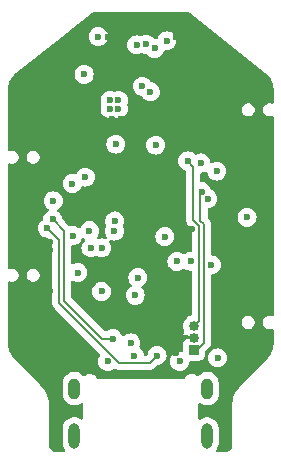
<source format=gbr>
G04 #@! TF.GenerationSoftware,KiCad,Pcbnew,8.0.5*
G04 #@! TF.CreationDate,2024-11-16T16:19:56+03:00*
G04 #@! TF.ProjectId,USB_duck_v2,5553425f-6475-4636-9b5f-76322e6b6963,rev?*
G04 #@! TF.SameCoordinates,Original*
G04 #@! TF.FileFunction,Copper,L3,Inr*
G04 #@! TF.FilePolarity,Positive*
%FSLAX46Y46*%
G04 Gerber Fmt 4.6, Leading zero omitted, Abs format (unit mm)*
G04 Created by KiCad (PCBNEW 8.0.5) date 2024-11-16 16:19:56*
%MOMM*%
%LPD*%
G01*
G04 APERTURE LIST*
G04 #@! TA.AperFunction,ComponentPad*
%ADD10R,0.850000X0.850000*%
G04 #@! TD*
G04 #@! TA.AperFunction,ComponentPad*
%ADD11O,0.850000X0.850000*%
G04 #@! TD*
G04 #@! TA.AperFunction,ComponentPad*
%ADD12O,1.000000X1.800000*%
G04 #@! TD*
G04 #@! TA.AperFunction,ComponentPad*
%ADD13O,0.950000X2.150000*%
G04 #@! TD*
G04 #@! TA.AperFunction,ViaPad*
%ADD14C,0.600000*%
G04 #@! TD*
G04 #@! TA.AperFunction,Conductor*
%ADD15C,0.200000*%
G04 #@! TD*
G04 APERTURE END LIST*
D10*
X4500000Y-27500000D03*
D11*
X4500000Y-26500000D03*
X4500000Y-25500000D03*
D12*
X-5620000Y-30800000D03*
D13*
X-5620000Y-34800000D03*
D12*
X5620000Y-30800000D03*
D13*
X5620000Y-34800000D03*
D14*
X-5100000Y-28900000D03*
X-7698911Y-22500500D03*
X7600000Y-22100000D03*
X-2800000Y-2700000D03*
X-2700000Y-20700000D03*
X-10300000Y-24000000D03*
X-7000000Y-28000000D03*
X2900000Y-3500000D03*
X-7200000Y-29900000D03*
X-1700000Y-8000000D03*
X-7000000Y-27000000D03*
X-6300000Y-29000000D03*
X7800000Y-14800000D03*
X7200000Y-29900000D03*
X8000000Y-8300000D03*
X-2400000Y-8000000D03*
X-7800000Y-5200000D03*
X-1100000Y-10200000D03*
X10200000Y-26400000D03*
X7210000Y-9700000D03*
X4354500Y-17321236D03*
X-4200000Y-29000000D03*
X-6900000Y-13700000D03*
X-7699500Y-19100000D03*
X-1200000Y-5200000D03*
X-10500000Y-14200000D03*
X-7699500Y-18406374D03*
X-2800000Y-1000000D03*
X-3100000Y-25100000D03*
X2390000Y-10180000D03*
X2985061Y-27765141D03*
X4300000Y-29000000D03*
X10500000Y-10300000D03*
X-7000000Y-26000000D03*
X6310000Y-19180000D03*
X2947060Y-1074626D03*
X-5770000Y-17850000D03*
X5978819Y-20321888D03*
X-2110000Y-10110000D03*
X9000000Y-16300000D03*
X-2600000Y-6400000D03*
X-3323911Y-22576089D03*
X-2600000Y-7100000D03*
X6500000Y-28200000D03*
X1270000Y-10190000D03*
X-5791393Y-13440311D03*
X-1900000Y-7100000D03*
X-1900000Y-6400000D03*
X6439331Y-12395720D03*
X-250500Y-21400000D03*
X3300000Y-28500000D03*
X-2800000Y-28500000D03*
X2200181Y-1359891D03*
X-4800000Y-4200000D03*
X-7400000Y-14900000D03*
X-5325000Y-20975000D03*
X453710Y-1644849D03*
X-350500Y-1700000D03*
X1380000Y-27999500D03*
X-7900000Y-17210000D03*
X813966Y-5670000D03*
X114474Y-5200000D03*
X-2371844Y-26559461D03*
X-7450500Y-16480000D03*
X-480000Y-22900000D03*
X-536944Y-28000500D03*
X-854406Y-26923008D03*
X1170000Y-2000000D03*
X-3600000Y-1000000D03*
X-3304891Y-18890000D03*
X3068920Y-20038067D03*
X4214183Y-20014183D03*
X5146791Y-14127145D03*
X3974265Y-11525735D03*
X-4343712Y-17437927D03*
X-2200001Y-16611853D03*
X-2241628Y-17468223D03*
X2034658Y-17925818D03*
X-4215496Y-18883700D03*
X5679182Y-14724274D03*
X-4700000Y-12900000D03*
X5100000Y-11700000D03*
D15*
X779500Y-28600000D02*
X-1843504Y-28600000D01*
X-6900000Y-23543504D02*
X-6900000Y-18210000D01*
X1380000Y-27999500D02*
X779500Y-28600000D01*
X-1843504Y-28600000D02*
X-6900000Y-23543504D01*
X-6900000Y-18210000D02*
X-7900000Y-17210000D01*
X-3313318Y-26564500D02*
X-2442318Y-26564500D01*
X-2437279Y-26559461D02*
X-2371844Y-26559461D01*
X-6500000Y-17430500D02*
X-6500000Y-23377818D01*
X-6500000Y-23377818D02*
X-3313318Y-26564500D01*
X-7450500Y-16480000D02*
X-6500000Y-17430500D01*
X-2442318Y-26564500D02*
X-2437279Y-26559461D01*
X5053003Y-14220933D02*
X5053003Y-16605524D01*
X5146791Y-14127145D02*
X5053003Y-14220933D01*
X5354500Y-16907022D02*
X5354500Y-26915500D01*
X5053003Y-16605524D02*
X5354500Y-16907022D01*
X4770000Y-27500000D02*
X4500000Y-27500000D01*
X5354500Y-26915500D02*
X4770000Y-27500000D01*
X3974265Y-11525735D02*
X4450000Y-12001470D01*
X4450000Y-16568207D02*
X4954500Y-17072707D01*
X4954500Y-25045500D02*
X4500000Y-25500000D01*
X4954500Y-17072707D02*
X4954500Y-25045500D01*
X4450000Y-12001470D02*
X4450000Y-16568207D01*
G04 #@! TA.AperFunction,Conductor*
G36*
X4136375Y1029815D02*
G01*
X4146473Y1022587D01*
X10543118Y-4059678D01*
X10543122Y-4059682D01*
X10585213Y-4093125D01*
X10591284Y-4098276D01*
X10748954Y-4240983D01*
X10760039Y-4252393D01*
X10868351Y-4379254D01*
X10895543Y-4411103D01*
X10905082Y-4423850D01*
X11019134Y-4598617D01*
X11026961Y-4612481D01*
X11117676Y-4800414D01*
X11123659Y-4815160D01*
X11189545Y-5013165D01*
X11193592Y-5028563D01*
X11233565Y-5233382D01*
X11235605Y-5249172D01*
X11249244Y-5461136D01*
X11249500Y-5469098D01*
X11249500Y-6562129D01*
X11229815Y-6629168D01*
X11177011Y-6674923D01*
X11107853Y-6684867D01*
X11093410Y-6681904D01*
X10972475Y-6649500D01*
X10827525Y-6649500D01*
X10706593Y-6681904D01*
X10687511Y-6687017D01*
X10561988Y-6759488D01*
X10561982Y-6759493D01*
X10459493Y-6861982D01*
X10459488Y-6861988D01*
X10387017Y-6987511D01*
X10387016Y-6987515D01*
X10349500Y-7127525D01*
X10349500Y-7272475D01*
X10351317Y-7279255D01*
X10387017Y-7412488D01*
X10459488Y-7538011D01*
X10459490Y-7538013D01*
X10459491Y-7538015D01*
X10561985Y-7640509D01*
X10561986Y-7640510D01*
X10561988Y-7640511D01*
X10687511Y-7712982D01*
X10687512Y-7712982D01*
X10687515Y-7712984D01*
X10827525Y-7750500D01*
X10827528Y-7750500D01*
X10972472Y-7750500D01*
X10972475Y-7750500D01*
X11093410Y-7718095D01*
X11163255Y-7719758D01*
X11221118Y-7758920D01*
X11248623Y-7823148D01*
X11249500Y-7837870D01*
X11249500Y-24562129D01*
X11229815Y-24629168D01*
X11177011Y-24674923D01*
X11107853Y-24684867D01*
X11093410Y-24681904D01*
X10972475Y-24649500D01*
X10827525Y-24649500D01*
X10706593Y-24681904D01*
X10687511Y-24687017D01*
X10561988Y-24759488D01*
X10561982Y-24759493D01*
X10459493Y-24861982D01*
X10459488Y-24861988D01*
X10387017Y-24987511D01*
X10387016Y-24987515D01*
X10349500Y-25127525D01*
X10349500Y-25272475D01*
X10387016Y-25412485D01*
X10387017Y-25412488D01*
X10459488Y-25538011D01*
X10459490Y-25538013D01*
X10459491Y-25538015D01*
X10561985Y-25640509D01*
X10561986Y-25640510D01*
X10561988Y-25640511D01*
X10687511Y-25712982D01*
X10687512Y-25712982D01*
X10687515Y-25712984D01*
X10827525Y-25750500D01*
X10827528Y-25750500D01*
X10972472Y-25750500D01*
X10972475Y-25750500D01*
X11093410Y-25718095D01*
X11163255Y-25719758D01*
X11221118Y-25758920D01*
X11248623Y-25823148D01*
X11249500Y-25837870D01*
X11249500Y-26984036D01*
X11249244Y-26992000D01*
X11248235Y-27007670D01*
X11235575Y-27204342D01*
X11233533Y-27220139D01*
X11193521Y-27425059D01*
X11189470Y-27440465D01*
X11123521Y-27638557D01*
X11117529Y-27653315D01*
X11117370Y-27653646D01*
X11026727Y-27841321D01*
X11018892Y-27855190D01*
X10904738Y-28030002D01*
X10895190Y-28042752D01*
X10756925Y-28204581D01*
X10751556Y-28210471D01*
X10706716Y-28256592D01*
X10706715Y-28256594D01*
X9872314Y-29114835D01*
X8569780Y-30454584D01*
X8346674Y-30684064D01*
X8346668Y-30684071D01*
X8299894Y-30732179D01*
X8299877Y-30732199D01*
X8147473Y-30928112D01*
X8147472Y-30928113D01*
X8017529Y-31139608D01*
X8017521Y-31139622D01*
X7911629Y-31364112D01*
X7911624Y-31364124D01*
X7831058Y-31598905D01*
X7776794Y-31841134D01*
X7749497Y-32087857D01*
X7749500Y-32200500D01*
X7749500Y-35592928D01*
X7748695Y-35607031D01*
X7736898Y-35710079D01*
X7730523Y-35737557D01*
X7698126Y-35828575D01*
X7685706Y-35853901D01*
X7633579Y-35935239D01*
X7615758Y-35957102D01*
X7546597Y-36024556D01*
X7524298Y-36041824D01*
X7443725Y-36090664D01*
X7441684Y-36091901D01*
X7416057Y-36103683D01*
X7336483Y-36129785D01*
X7324258Y-36133795D01*
X7296631Y-36139480D01*
X7204217Y-36147725D01*
X7193304Y-36148699D01*
X7179189Y-36149151D01*
X7140400Y-36148182D01*
X7125952Y-36149265D01*
X6524483Y-36149449D01*
X6457437Y-36129785D01*
X6411666Y-36076995D01*
X6401702Y-36007840D01*
X6421342Y-35956560D01*
X6484477Y-35862073D01*
X6558012Y-35684543D01*
X6595500Y-35496078D01*
X6595500Y-34103922D01*
X6595500Y-34103919D01*
X6595499Y-34103917D01*
X6558013Y-33915464D01*
X6558012Y-33915457D01*
X6484477Y-33737927D01*
X6377720Y-33578155D01*
X6377717Y-33578151D01*
X6241848Y-33442282D01*
X6241844Y-33442279D01*
X6082070Y-33335521D01*
X6082068Y-33335520D01*
X5904547Y-33261989D01*
X5904535Y-33261986D01*
X5716081Y-33224500D01*
X5716078Y-33224500D01*
X5523922Y-33224500D01*
X5523919Y-33224500D01*
X5335464Y-33261986D01*
X5335452Y-33261989D01*
X5157931Y-33335520D01*
X5157929Y-33335521D01*
X5063391Y-33398690D01*
X4996713Y-33419568D01*
X4929333Y-33401083D01*
X4882643Y-33349104D01*
X4870500Y-33295588D01*
X4870500Y-32134479D01*
X4890185Y-32067440D01*
X4942989Y-32021685D01*
X5012147Y-32011741D01*
X5063390Y-32031376D01*
X5146086Y-32086632D01*
X5146088Y-32086633D01*
X5146092Y-32086635D01*
X5328160Y-32162049D01*
X5328165Y-32162051D01*
X5328169Y-32162051D01*
X5328170Y-32162052D01*
X5521456Y-32200500D01*
X5521459Y-32200500D01*
X5718543Y-32200500D01*
X5848582Y-32174632D01*
X5911835Y-32162051D01*
X6090947Y-32087861D01*
X6093907Y-32086635D01*
X6093907Y-32086634D01*
X6093914Y-32086632D01*
X6257782Y-31977139D01*
X6397139Y-31837782D01*
X6506632Y-31673914D01*
X6582051Y-31491835D01*
X6594632Y-31428582D01*
X6620500Y-31298543D01*
X6620500Y-30301456D01*
X6582052Y-30108170D01*
X6582051Y-30108169D01*
X6582051Y-30108165D01*
X6579966Y-30103132D01*
X6506635Y-29926092D01*
X6506628Y-29926079D01*
X6397139Y-29762218D01*
X6397136Y-29762214D01*
X6257785Y-29622863D01*
X6257781Y-29622860D01*
X6093920Y-29513371D01*
X6093907Y-29513364D01*
X5911839Y-29437950D01*
X5911829Y-29437947D01*
X5718543Y-29399500D01*
X5718541Y-29399500D01*
X5521459Y-29399500D01*
X5521457Y-29399500D01*
X5328170Y-29437947D01*
X5328160Y-29437950D01*
X5146092Y-29513364D01*
X5146079Y-29513371D01*
X4982218Y-29622860D01*
X4872610Y-29732468D01*
X4811287Y-29765952D01*
X4741595Y-29760968D01*
X4698050Y-29733263D01*
X4697240Y-29732468D01*
X4638904Y-29675185D01*
X4638901Y-29675182D01*
X4520905Y-29602534D01*
X4520906Y-29602534D01*
X4389697Y-29557960D01*
X4389687Y-29557958D01*
X4374430Y-29556380D01*
X4358339Y-29553520D01*
X4357629Y-29553467D01*
X4346158Y-29552613D01*
X4318964Y-29550590D01*
X4315409Y-29550274D01*
X4276141Y-29546212D01*
X4259791Y-29546189D01*
X4251354Y-29545562D01*
X4251353Y-29545562D01*
X4251351Y-29545562D01*
X4179849Y-29556380D01*
X4127949Y-29564232D01*
X4011798Y-29609893D01*
X3908720Y-29680255D01*
X3823885Y-29771785D01*
X3823883Y-29771788D01*
X3823882Y-29771790D01*
X3761540Y-29879909D01*
X3761539Y-29879911D01*
X3758062Y-29885942D01*
X3755689Y-29884573D01*
X3718823Y-29928639D01*
X3652135Y-29949481D01*
X3649987Y-29949500D01*
X-3649987Y-29949500D01*
X-3717026Y-29929815D01*
X-3756048Y-29884780D01*
X-3758062Y-29885942D01*
X-3761539Y-29879911D01*
X-3761540Y-29879909D01*
X-3823882Y-29771790D01*
X-3823881Y-29771790D01*
X-3823883Y-29771788D01*
X-3823885Y-29771785D01*
X-3908720Y-29680255D01*
X-4011798Y-29609893D01*
X-4127949Y-29564232D01*
X-4251355Y-29545561D01*
X-4259794Y-29546189D01*
X-4276141Y-29546212D01*
X-4315396Y-29550272D01*
X-4318947Y-29550588D01*
X-4358342Y-29553520D01*
X-4374425Y-29556379D01*
X-4382752Y-29557240D01*
X-4389696Y-29557959D01*
X-4520898Y-29602531D01*
X-4520901Y-29602532D01*
X-4520903Y-29602533D01*
X-4638904Y-29675185D01*
X-4638905Y-29675186D01*
X-4698051Y-29733263D01*
X-4759677Y-29766188D01*
X-4829320Y-29760568D01*
X-4872610Y-29732468D01*
X-4982218Y-29622860D01*
X-5146079Y-29513371D01*
X-5146092Y-29513364D01*
X-5328160Y-29437950D01*
X-5328170Y-29437947D01*
X-5521457Y-29399500D01*
X-5521459Y-29399500D01*
X-5718541Y-29399500D01*
X-5718543Y-29399500D01*
X-5911829Y-29437947D01*
X-5911839Y-29437950D01*
X-6093907Y-29513364D01*
X-6093920Y-29513371D01*
X-6257781Y-29622860D01*
X-6257785Y-29622863D01*
X-6397136Y-29762214D01*
X-6397139Y-29762218D01*
X-6506628Y-29926079D01*
X-6506635Y-29926092D01*
X-6579966Y-30103132D01*
X-6582051Y-30108165D01*
X-6582051Y-30108169D01*
X-6582052Y-30108170D01*
X-6620500Y-30301456D01*
X-6620500Y-31298543D01*
X-6594632Y-31428582D01*
X-6582051Y-31491835D01*
X-6506632Y-31673914D01*
X-6397139Y-31837782D01*
X-6257782Y-31977139D01*
X-6093914Y-32086632D01*
X-6093907Y-32086634D01*
X-6093907Y-32086635D01*
X-6090947Y-32087861D01*
X-5911835Y-32162051D01*
X-5848582Y-32174632D01*
X-5718543Y-32200500D01*
X-5718541Y-32200500D01*
X-5521456Y-32200500D01*
X-5328170Y-32162052D01*
X-5328169Y-32162051D01*
X-5328165Y-32162051D01*
X-5328160Y-32162049D01*
X-5146092Y-32086635D01*
X-5146088Y-32086633D01*
X-5146086Y-32086632D01*
X-5063390Y-32031376D01*
X-4996714Y-32010499D01*
X-4929334Y-32028983D01*
X-4882643Y-32080962D01*
X-4870500Y-32134479D01*
X-4870500Y-33295588D01*
X-4890185Y-33362627D01*
X-4942989Y-33408382D01*
X-5012147Y-33418326D01*
X-5063391Y-33398690D01*
X-5157929Y-33335521D01*
X-5157931Y-33335520D01*
X-5335452Y-33261989D01*
X-5335464Y-33261986D01*
X-5523919Y-33224500D01*
X-5523922Y-33224500D01*
X-5716078Y-33224500D01*
X-5716081Y-33224500D01*
X-5904535Y-33261986D01*
X-5904547Y-33261989D01*
X-6082068Y-33335520D01*
X-6082070Y-33335521D01*
X-6241844Y-33442279D01*
X-6241848Y-33442282D01*
X-6377717Y-33578151D01*
X-6377720Y-33578155D01*
X-6484477Y-33737927D01*
X-6558012Y-33915457D01*
X-6558013Y-33915464D01*
X-6595499Y-34103917D01*
X-6595500Y-34103919D01*
X-6595500Y-34103922D01*
X-6595500Y-35496078D01*
X-6558012Y-35684543D01*
X-6484477Y-35862073D01*
X-6421309Y-35956609D01*
X-6400432Y-36023284D01*
X-6418916Y-36090664D01*
X-6470895Y-36137355D01*
X-6524459Y-36149498D01*
X-7125934Y-36149269D01*
X-7140424Y-36148182D01*
X-7179194Y-36149150D01*
X-7193307Y-36148698D01*
X-7296628Y-36139480D01*
X-7324258Y-36133794D01*
X-7416055Y-36103682D01*
X-7441682Y-36091899D01*
X-7524294Y-36041824D01*
X-7546596Y-36024555D01*
X-7615758Y-35957101D01*
X-7633581Y-35935236D01*
X-7685707Y-35853898D01*
X-7698126Y-35828573D01*
X-7730521Y-35737561D01*
X-7736896Y-35710084D01*
X-7748695Y-35607021D01*
X-7749500Y-35592917D01*
X-7749500Y-32200500D01*
X-7749497Y-32087858D01*
X-7776793Y-31841132D01*
X-7831055Y-31598907D01*
X-7911622Y-31364125D01*
X-8017522Y-31139614D01*
X-8147469Y-30928112D01*
X-8147470Y-30928111D01*
X-8299882Y-30732187D01*
X-8368865Y-30661238D01*
X-8368867Y-30661236D01*
X-8569779Y-30454584D01*
X-9244128Y-29760968D01*
X-10751602Y-28210423D01*
X-10756971Y-28204534D01*
X-10895193Y-28042756D01*
X-10904741Y-28030005D01*
X-11018894Y-27855193D01*
X-11026729Y-27841323D01*
X-11117530Y-27653318D01*
X-11123522Y-27638559D01*
X-11189473Y-27440465D01*
X-11193524Y-27425058D01*
X-11233534Y-27220141D01*
X-11235576Y-27204344D01*
X-11249244Y-26992002D01*
X-11249500Y-26984037D01*
X-11249500Y-21837870D01*
X-11229815Y-21770831D01*
X-11177011Y-21725076D01*
X-11107853Y-21715132D01*
X-11093426Y-21718090D01*
X-10972475Y-21750500D01*
X-10972472Y-21750500D01*
X-10827528Y-21750500D01*
X-10827525Y-21750500D01*
X-10687515Y-21712984D01*
X-10687512Y-21712982D01*
X-10687511Y-21712982D01*
X-10561988Y-21640511D01*
X-10561986Y-21640510D01*
X-10561985Y-21640509D01*
X-10459491Y-21538015D01*
X-10459490Y-21538013D01*
X-10459488Y-21538011D01*
X-10387017Y-21412488D01*
X-10387016Y-21412485D01*
X-10349500Y-21272475D01*
X-10349500Y-21127525D01*
X-9650500Y-21127525D01*
X-9650500Y-21272475D01*
X-9612984Y-21412485D01*
X-9540509Y-21538015D01*
X-9438015Y-21640509D01*
X-9312488Y-21712982D01*
X-9312487Y-21712982D01*
X-9312485Y-21712984D01*
X-9172475Y-21750500D01*
X-9172472Y-21750500D01*
X-9027528Y-21750500D01*
X-9027525Y-21750500D01*
X-8887515Y-21712984D01*
X-8887512Y-21712982D01*
X-8887511Y-21712982D01*
X-8761988Y-21640511D01*
X-8761986Y-21640510D01*
X-8761985Y-21640509D01*
X-8659491Y-21538015D01*
X-8659490Y-21538013D01*
X-8659488Y-21538011D01*
X-8587017Y-21412488D01*
X-8587016Y-21412485D01*
X-8549500Y-21272475D01*
X-8549500Y-21127525D01*
X-8587016Y-20987515D01*
X-8587015Y-20987515D01*
X-8587017Y-20987511D01*
X-8659488Y-20861988D01*
X-8659493Y-20861982D01*
X-8761982Y-20759493D01*
X-8761988Y-20759488D01*
X-8887511Y-20687017D01*
X-8887510Y-20687017D01*
X-8929108Y-20675870D01*
X-9027525Y-20649500D01*
X-9172475Y-20649500D01*
X-9312485Y-20687016D01*
X-9312488Y-20687017D01*
X-9438011Y-20759488D01*
X-9438017Y-20759493D01*
X-9540506Y-20861982D01*
X-9540511Y-20861988D01*
X-9605758Y-20975000D01*
X-9612984Y-20987515D01*
X-9650500Y-21127525D01*
X-10349500Y-21127525D01*
X-10387016Y-20987515D01*
X-10387015Y-20987515D01*
X-10387017Y-20987511D01*
X-10459488Y-20861988D01*
X-10459493Y-20861982D01*
X-10561982Y-20759493D01*
X-10561988Y-20759488D01*
X-10687511Y-20687017D01*
X-10687510Y-20687017D01*
X-10729108Y-20675870D01*
X-10827525Y-20649500D01*
X-10972475Y-20649500D01*
X-11093406Y-20681903D01*
X-11163256Y-20680241D01*
X-11221119Y-20641079D01*
X-11248623Y-20576850D01*
X-11249500Y-20562129D01*
X-11249500Y-17209996D01*
X-8705565Y-17209996D01*
X-8705565Y-17210003D01*
X-8687222Y-17372804D01*
X-8685368Y-17389255D01*
X-8625789Y-17559522D01*
X-8529816Y-17712262D01*
X-8402262Y-17839816D01*
X-8249522Y-17935789D01*
X-8079255Y-17995368D01*
X-7992329Y-18005161D01*
X-7927918Y-18032226D01*
X-7918544Y-18040690D01*
X-7536817Y-18422417D01*
X-7503334Y-18483738D01*
X-7500500Y-18510096D01*
X-7500500Y-23456834D01*
X-7500501Y-23456852D01*
X-7500501Y-23464447D01*
X-7500501Y-23622561D01*
X-7459577Y-23775289D01*
X-7430639Y-23825408D01*
X-7380520Y-23912220D01*
X-7268716Y-24024024D01*
X-7268713Y-24024025D01*
X-3447714Y-27845023D01*
X-3414231Y-27906344D01*
X-3419215Y-27976036D01*
X-3430401Y-27998669D01*
X-3469180Y-28060385D01*
X-3525788Y-28150475D01*
X-3585368Y-28320745D01*
X-3585369Y-28320750D01*
X-3605565Y-28499996D01*
X-3605565Y-28500003D01*
X-3599985Y-28549523D01*
X-3585368Y-28679255D01*
X-3525789Y-28849522D01*
X-3429816Y-29002262D01*
X-3302262Y-29129816D01*
X-3149522Y-29225789D01*
X-2979255Y-29285368D01*
X-2979252Y-29285368D01*
X-2979249Y-29285369D01*
X-2800004Y-29305565D01*
X-2800000Y-29305565D01*
X-2799996Y-29305565D01*
X-2620750Y-29285369D01*
X-2620745Y-29285368D01*
X-2450478Y-29225789D01*
X-2297738Y-29129816D01*
X-2297736Y-29129814D01*
X-2292295Y-29125475D01*
X-2290342Y-29127922D01*
X-2241140Y-29101056D01*
X-2171448Y-29106040D01*
X-2152793Y-29114829D01*
X-2126836Y-29129816D01*
X-2075289Y-29159577D01*
X-1922562Y-29200500D01*
X-1922561Y-29200500D01*
X692831Y-29200500D01*
X692847Y-29200501D01*
X700443Y-29200501D01*
X858554Y-29200501D01*
X858557Y-29200501D01*
X1011285Y-29159577D01*
X1062832Y-29129816D01*
X1148216Y-29080520D01*
X1260020Y-28968716D01*
X1260020Y-28968714D01*
X1270224Y-28958511D01*
X1270228Y-28958506D01*
X1398535Y-28830198D01*
X1459856Y-28796715D01*
X1472311Y-28794663D01*
X1559255Y-28784868D01*
X1729522Y-28725289D01*
X1882262Y-28629316D01*
X2009816Y-28501762D01*
X2105789Y-28349022D01*
X2165368Y-28178755D01*
X2168555Y-28150476D01*
X2185565Y-27999500D01*
X2185565Y-27999496D01*
X2165369Y-27820250D01*
X2165368Y-27820245D01*
X2140074Y-27747959D01*
X2105789Y-27649978D01*
X2103372Y-27646132D01*
X2044742Y-27552822D01*
X2009816Y-27497238D01*
X1882262Y-27369684D01*
X1865042Y-27358864D01*
X1729523Y-27273711D01*
X1559254Y-27214131D01*
X1559249Y-27214130D01*
X1380004Y-27193935D01*
X1379996Y-27193935D01*
X1200750Y-27214130D01*
X1200745Y-27214131D01*
X1030476Y-27273711D01*
X877737Y-27369684D01*
X750184Y-27497237D01*
X654210Y-27649978D01*
X594630Y-27820251D01*
X586842Y-27889382D01*
X559776Y-27953797D01*
X502182Y-27993352D01*
X463622Y-27999500D01*
X379322Y-27999500D01*
X312283Y-27979815D01*
X266528Y-27927011D01*
X256102Y-27889384D01*
X248425Y-27821249D01*
X248424Y-27821245D01*
X205207Y-27697738D01*
X188845Y-27650978D01*
X188215Y-27649976D01*
X92871Y-27498237D01*
X-34683Y-27370682D01*
X-34685Y-27370681D01*
X-56113Y-27357217D01*
X-102404Y-27304882D01*
X-113051Y-27235829D01*
X-107182Y-27211272D01*
X-85531Y-27149398D01*
X-69038Y-27102267D01*
X-69036Y-27102257D01*
X-48841Y-26923011D01*
X-48841Y-26923004D01*
X-69036Y-26743758D01*
X-69037Y-26743753D01*
X-128617Y-26573484D01*
X-224590Y-26420745D01*
X-352143Y-26293192D01*
X-504882Y-26197219D01*
X-675151Y-26137639D01*
X-675156Y-26137638D01*
X-854402Y-26117443D01*
X-854410Y-26117443D01*
X-1033655Y-26137638D01*
X-1033660Y-26137639D01*
X-1203929Y-26197219D01*
X-1356668Y-26293192D01*
X-1409918Y-26346442D01*
X-1471241Y-26379927D01*
X-1540933Y-26374943D01*
X-1596866Y-26333071D01*
X-1614641Y-26299715D01*
X-1646054Y-26209939D01*
X-1742028Y-26057198D01*
X-1869581Y-25929645D01*
X-2022320Y-25833672D01*
X-2192589Y-25774092D01*
X-2192594Y-25774091D01*
X-2371840Y-25753896D01*
X-2371848Y-25753896D01*
X-2551093Y-25774091D01*
X-2551098Y-25774092D01*
X-2721367Y-25833672D01*
X-2874106Y-25929645D01*
X-2879549Y-25933986D01*
X-2880804Y-25932411D01*
X-2933465Y-25961166D01*
X-2959823Y-25964000D01*
X-3013221Y-25964000D01*
X-3080260Y-25944315D01*
X-3100902Y-25927681D01*
X-5863181Y-23165402D01*
X-5896666Y-23104079D01*
X-5899500Y-23077721D01*
X-5899500Y-22576085D01*
X-4129476Y-22576085D01*
X-4129476Y-22576092D01*
X-4113177Y-22720750D01*
X-4109279Y-22755344D01*
X-4049700Y-22925611D01*
X-3953727Y-23078351D01*
X-3826173Y-23205905D01*
X-3673433Y-23301878D01*
X-3503166Y-23361457D01*
X-3503163Y-23361457D01*
X-3503160Y-23361458D01*
X-3323915Y-23381654D01*
X-3323911Y-23381654D01*
X-3323907Y-23381654D01*
X-3144661Y-23361458D01*
X-3144656Y-23361457D01*
X-2974389Y-23301878D01*
X-2821649Y-23205905D01*
X-2694095Y-23078351D01*
X-2693699Y-23077721D01*
X-2598122Y-22925612D01*
X-2589159Y-22899996D01*
X-1285565Y-22899996D01*
X-1285565Y-22900003D01*
X-1265541Y-23077721D01*
X-1265368Y-23079255D01*
X-1205789Y-23249522D01*
X-1109816Y-23402262D01*
X-982262Y-23529816D01*
X-829522Y-23625789D01*
X-659255Y-23685368D01*
X-659252Y-23685368D01*
X-659249Y-23685369D01*
X-480004Y-23705565D01*
X-480000Y-23705565D01*
X-479996Y-23705565D01*
X-300750Y-23685369D01*
X-300745Y-23685368D01*
X-130478Y-23625789D01*
X-125340Y-23622561D01*
X-99278Y-23606185D01*
X22262Y-23529816D01*
X149816Y-23402262D01*
X245789Y-23249522D01*
X305368Y-23079255D01*
X305541Y-23077721D01*
X325565Y-22900003D01*
X325565Y-22899996D01*
X305369Y-22720750D01*
X305368Y-22720745D01*
X245789Y-22550478D01*
X149816Y-22397738D01*
X73154Y-22321076D01*
X39669Y-22259753D01*
X44653Y-22190061D01*
X86525Y-22134128D01*
X94863Y-22128401D01*
X99017Y-22125790D01*
X99022Y-22125789D01*
X251762Y-22029816D01*
X379316Y-21902262D01*
X475289Y-21749522D01*
X534868Y-21579255D01*
X534869Y-21579249D01*
X555065Y-21400003D01*
X555065Y-21399996D01*
X534869Y-21220750D01*
X534868Y-21220745D01*
X502470Y-21128156D01*
X475289Y-21050478D01*
X473528Y-21047676D01*
X379315Y-20897737D01*
X251762Y-20770184D01*
X99023Y-20674211D01*
X-71245Y-20614631D01*
X-71250Y-20614630D01*
X-250496Y-20594435D01*
X-250504Y-20594435D01*
X-429749Y-20614630D01*
X-429754Y-20614631D01*
X-600023Y-20674211D01*
X-752762Y-20770184D01*
X-880315Y-20897737D01*
X-974528Y-21047676D01*
X-976289Y-21050478D01*
X-1003470Y-21128156D01*
X-1035868Y-21220745D01*
X-1035869Y-21220750D01*
X-1056065Y-21399996D01*
X-1056065Y-21400003D01*
X-1035869Y-21579249D01*
X-1035868Y-21579255D01*
X-976289Y-21749522D01*
X-880316Y-21902262D01*
X-803651Y-21978926D01*
X-770169Y-22040245D01*
X-775153Y-22109937D01*
X-817024Y-22165871D01*
X-825363Y-22171598D01*
X-829521Y-22174210D01*
X-829522Y-22174211D01*
X-982262Y-22270184D01*
X-1109816Y-22397738D01*
X-1205789Y-22550478D01*
X-1265368Y-22720745D01*
X-1265369Y-22720750D01*
X-1285565Y-22899996D01*
X-2589159Y-22899996D01*
X-2538542Y-22755343D01*
X-2538541Y-22755338D01*
X-2518346Y-22576092D01*
X-2518346Y-22576085D01*
X-2538541Y-22396839D01*
X-2538542Y-22396834D01*
X-2598122Y-22226565D01*
X-2694095Y-22073826D01*
X-2821648Y-21946273D01*
X-2974387Y-21850300D01*
X-3144656Y-21790720D01*
X-3144661Y-21790719D01*
X-3323907Y-21770524D01*
X-3323915Y-21770524D01*
X-3503160Y-21790719D01*
X-3503165Y-21790720D01*
X-3673434Y-21850300D01*
X-3756130Y-21902262D01*
X-3826173Y-21946273D01*
X-3953727Y-22073827D01*
X-3986377Y-22125789D01*
X-4049699Y-22226565D01*
X-4109279Y-22396834D01*
X-4109280Y-22396839D01*
X-4129476Y-22576085D01*
X-5899500Y-22576085D01*
X-5899500Y-21783787D01*
X-5879815Y-21716748D01*
X-5827011Y-21670993D01*
X-5757853Y-21661049D01*
X-5709526Y-21678794D01*
X-5674522Y-21700789D01*
X-5504255Y-21760368D01*
X-5504252Y-21760368D01*
X-5504249Y-21760369D01*
X-5325004Y-21780565D01*
X-5325000Y-21780565D01*
X-5324996Y-21780565D01*
X-5145750Y-21760369D01*
X-5145745Y-21760368D01*
X-5114749Y-21749522D01*
X-4975478Y-21700789D01*
X-4822738Y-21604816D01*
X-4695184Y-21477262D01*
X-4599211Y-21324523D01*
X-4539631Y-21154254D01*
X-4539630Y-21154249D01*
X-4519435Y-20975003D01*
X-4519435Y-20974996D01*
X-4539630Y-20795750D01*
X-4539631Y-20795745D01*
X-4599211Y-20625476D01*
X-4695184Y-20472737D01*
X-4822737Y-20345184D01*
X-4975476Y-20249211D01*
X-5145745Y-20189631D01*
X-5145750Y-20189630D01*
X-5324996Y-20169435D01*
X-5325004Y-20169435D01*
X-5504249Y-20189630D01*
X-5504254Y-20189631D01*
X-5674525Y-20249212D01*
X-5709529Y-20271206D01*
X-5776766Y-20290206D01*
X-5843601Y-20269838D01*
X-5888814Y-20216569D01*
X-5899500Y-20166212D01*
X-5899500Y-20038063D01*
X2263355Y-20038063D01*
X2263355Y-20038070D01*
X2283550Y-20217316D01*
X2283551Y-20217321D01*
X2343131Y-20387590D01*
X2414478Y-20501137D01*
X2439104Y-20540329D01*
X2566658Y-20667883D01*
X2719398Y-20763856D01*
X2834106Y-20803994D01*
X2889665Y-20823435D01*
X2889670Y-20823436D01*
X3068916Y-20843632D01*
X3068920Y-20843632D01*
X3068924Y-20843632D01*
X3248169Y-20823436D01*
X3248172Y-20823435D01*
X3248175Y-20823435D01*
X3418442Y-20763856D01*
X3571182Y-20667883D01*
X3571185Y-20667880D01*
X3576630Y-20663539D01*
X3577631Y-20664795D01*
X3631542Y-20635349D01*
X3701234Y-20640325D01*
X3723887Y-20651518D01*
X3780383Y-20687017D01*
X3864661Y-20739972D01*
X4024051Y-20795745D01*
X4034928Y-20799551D01*
X4034933Y-20799552D01*
X4137831Y-20811145D01*
X4214183Y-20819748D01*
X4216112Y-20819530D01*
X4217354Y-20819748D01*
X4221147Y-20819748D01*
X4221147Y-20820412D01*
X4284932Y-20831581D01*
X4336314Y-20878927D01*
X4354000Y-20942750D01*
X4354000Y-24484444D01*
X4334315Y-24551483D01*
X4281511Y-24597238D01*
X4255781Y-24605734D01*
X4212431Y-24614948D01*
X4034702Y-24694076D01*
X3877305Y-24808433D01*
X3877302Y-24808435D01*
X3747129Y-24953009D01*
X3649857Y-25121488D01*
X3649856Y-25121489D01*
X3589738Y-25306516D01*
X3569402Y-25500000D01*
X3589738Y-25693483D01*
X3649856Y-25878510D01*
X3649857Y-25878511D01*
X3684492Y-25938500D01*
X3700965Y-26006400D01*
X3684492Y-26062500D01*
X3650317Y-26121692D01*
X3650316Y-26121693D01*
X3608628Y-26249999D01*
X3608628Y-26250000D01*
X3917441Y-26250000D01*
X3984480Y-26269685D01*
X3990319Y-26273676D01*
X4034701Y-26305922D01*
X4105000Y-26337220D01*
X4158236Y-26382469D01*
X4178559Y-26449318D01*
X4159515Y-26516542D01*
X4107150Y-26562798D01*
X4054569Y-26574500D01*
X4027131Y-26574500D01*
X4027123Y-26574501D01*
X3967516Y-26580908D01*
X3832671Y-26631202D01*
X3832664Y-26631206D01*
X3710355Y-26722768D01*
X3708680Y-26720531D01*
X3659904Y-26747166D01*
X3633546Y-26750000D01*
X3608628Y-26750000D01*
X3620129Y-26785399D01*
X3622124Y-26855240D01*
X3618380Y-26867048D01*
X3580909Y-26967514D01*
X3580908Y-26967516D01*
X3574501Y-27027116D01*
X3574500Y-27027135D01*
X3574500Y-27586607D01*
X3554815Y-27653646D01*
X3502011Y-27699401D01*
X3436617Y-27709827D01*
X3300004Y-27694435D01*
X3299996Y-27694435D01*
X3120750Y-27714630D01*
X3120745Y-27714631D01*
X2950476Y-27774211D01*
X2797737Y-27870184D01*
X2670184Y-27997737D01*
X2574211Y-28150476D01*
X2514631Y-28320745D01*
X2514630Y-28320750D01*
X2494435Y-28499996D01*
X2494435Y-28500003D01*
X2514630Y-28679249D01*
X2514631Y-28679254D01*
X2574211Y-28849523D01*
X2659569Y-28985368D01*
X2670184Y-29002262D01*
X2797738Y-29129816D01*
X2950478Y-29225789D01*
X3120745Y-29285368D01*
X3120750Y-29285369D01*
X3299996Y-29305565D01*
X3300000Y-29305565D01*
X3300004Y-29305565D01*
X3479249Y-29285369D01*
X3479252Y-29285368D01*
X3479255Y-29285368D01*
X3649522Y-29225789D01*
X3802262Y-29129816D01*
X3929816Y-29002262D01*
X4025789Y-28849522D01*
X4085368Y-28679255D01*
X4101552Y-28535615D01*
X4128618Y-28471202D01*
X4186213Y-28431647D01*
X4224772Y-28425499D01*
X4972871Y-28425499D01*
X4972872Y-28425499D01*
X5032483Y-28419091D01*
X5167331Y-28368796D01*
X5282546Y-28282546D01*
X5344343Y-28199996D01*
X5694435Y-28199996D01*
X5694435Y-28200003D01*
X5714630Y-28379249D01*
X5714631Y-28379254D01*
X5774211Y-28549523D01*
X5824348Y-28629315D01*
X5870184Y-28702262D01*
X5997738Y-28829816D01*
X6150478Y-28925789D01*
X6320745Y-28985368D01*
X6320750Y-28985369D01*
X6499996Y-29005565D01*
X6500000Y-29005565D01*
X6500004Y-29005565D01*
X6679249Y-28985369D01*
X6679252Y-28985368D01*
X6679255Y-28985368D01*
X6849522Y-28925789D01*
X7002262Y-28829816D01*
X7129816Y-28702262D01*
X7225789Y-28549522D01*
X7285368Y-28379255D01*
X7285369Y-28379249D01*
X7305565Y-28200003D01*
X7305565Y-28199996D01*
X7285369Y-28020750D01*
X7285368Y-28020745D01*
X7277645Y-27998675D01*
X7225789Y-27850478D01*
X7206795Y-27820250D01*
X7161372Y-27747959D01*
X7129816Y-27697738D01*
X7002262Y-27570184D01*
X6974631Y-27552822D01*
X6849523Y-27474211D01*
X6679254Y-27414631D01*
X6679249Y-27414630D01*
X6500004Y-27394435D01*
X6499996Y-27394435D01*
X6320750Y-27414630D01*
X6320745Y-27414631D01*
X6150476Y-27474211D01*
X5997737Y-27570184D01*
X5870184Y-27697737D01*
X5774211Y-27850476D01*
X5714631Y-28020745D01*
X5714630Y-28020750D01*
X5694435Y-28199996D01*
X5344343Y-28199996D01*
X5368796Y-28167331D01*
X5419091Y-28032483D01*
X5425500Y-27972873D01*
X5425499Y-27745096D01*
X5445183Y-27678057D01*
X5461813Y-27657420D01*
X5713006Y-27406228D01*
X5713011Y-27406224D01*
X5723214Y-27396020D01*
X5723216Y-27396020D01*
X5835020Y-27284216D01*
X5899717Y-27172157D01*
X5914077Y-27147285D01*
X5955001Y-26994557D01*
X5955001Y-26836443D01*
X5955001Y-26828848D01*
X5955000Y-26828830D01*
X5955000Y-25127525D01*
X8549500Y-25127525D01*
X8549500Y-25272475D01*
X8587016Y-25412485D01*
X8587017Y-25412488D01*
X8659488Y-25538011D01*
X8659490Y-25538013D01*
X8659491Y-25538015D01*
X8761985Y-25640509D01*
X8761986Y-25640510D01*
X8761988Y-25640511D01*
X8887511Y-25712982D01*
X8887512Y-25712982D01*
X8887515Y-25712984D01*
X9027525Y-25750500D01*
X9027528Y-25750500D01*
X9172472Y-25750500D01*
X9172475Y-25750500D01*
X9312485Y-25712984D01*
X9438015Y-25640509D01*
X9540509Y-25538015D01*
X9612984Y-25412485D01*
X9650500Y-25272475D01*
X9650500Y-25127525D01*
X9612984Y-24987515D01*
X9593061Y-24953008D01*
X9540511Y-24861988D01*
X9540506Y-24861982D01*
X9438017Y-24759493D01*
X9438011Y-24759488D01*
X9312488Y-24687017D01*
X9312489Y-24687017D01*
X9293407Y-24681904D01*
X9172475Y-24649500D01*
X9027525Y-24649500D01*
X8906593Y-24681904D01*
X8887511Y-24687017D01*
X8761988Y-24759488D01*
X8761982Y-24759493D01*
X8659493Y-24861982D01*
X8659488Y-24861988D01*
X8587017Y-24987511D01*
X8587016Y-24987515D01*
X8549500Y-25127525D01*
X5955000Y-25127525D01*
X5955000Y-21240950D01*
X5974685Y-21173911D01*
X6027489Y-21128156D01*
X6065117Y-21117730D01*
X6158068Y-21107257D01*
X6158071Y-21107256D01*
X6158074Y-21107256D01*
X6328341Y-21047677D01*
X6481081Y-20951704D01*
X6608635Y-20824150D01*
X6704608Y-20671410D01*
X6764187Y-20501143D01*
X6764188Y-20501137D01*
X6784384Y-20321891D01*
X6784384Y-20321884D01*
X6764188Y-20142638D01*
X6764187Y-20142633D01*
X6704607Y-19972364D01*
X6608634Y-19819625D01*
X6481081Y-19692072D01*
X6328342Y-19596099D01*
X6158073Y-19536519D01*
X6158069Y-19536518D01*
X6065116Y-19526045D01*
X6000702Y-19498978D01*
X5961147Y-19441383D01*
X5955000Y-19402825D01*
X5955000Y-16996082D01*
X5955001Y-16996069D01*
X5955001Y-16827968D01*
X5955001Y-16827966D01*
X5914077Y-16675238D01*
X5900983Y-16652559D01*
X5847000Y-16559057D01*
X5835020Y-16538306D01*
X5723216Y-16426502D01*
X5723214Y-16426501D01*
X5711857Y-16415143D01*
X5689820Y-16393106D01*
X5656336Y-16331782D01*
X5653503Y-16305426D01*
X5653503Y-16299996D01*
X8194435Y-16299996D01*
X8194435Y-16300003D01*
X8214630Y-16479249D01*
X8214631Y-16479254D01*
X8274211Y-16649523D01*
X8313555Y-16712138D01*
X8370184Y-16802262D01*
X8497738Y-16929816D01*
X8650478Y-17025789D01*
X8753346Y-17061784D01*
X8820745Y-17085368D01*
X8820750Y-17085369D01*
X8999996Y-17105565D01*
X9000000Y-17105565D01*
X9000004Y-17105565D01*
X9179249Y-17085369D01*
X9179252Y-17085368D01*
X9179255Y-17085368D01*
X9349522Y-17025789D01*
X9502262Y-16929816D01*
X9629816Y-16802262D01*
X9725789Y-16649522D01*
X9785368Y-16479255D01*
X9785369Y-16479249D01*
X9805565Y-16300003D01*
X9805565Y-16299996D01*
X9785369Y-16120750D01*
X9785368Y-16120745D01*
X9736832Y-15982037D01*
X9725789Y-15950478D01*
X9629816Y-15797738D01*
X9502262Y-15670184D01*
X9349523Y-15574211D01*
X9179254Y-15514631D01*
X9179249Y-15514630D01*
X9000004Y-15494435D01*
X8999996Y-15494435D01*
X8820750Y-15514630D01*
X8820745Y-15514631D01*
X8650476Y-15574211D01*
X8497737Y-15670184D01*
X8370184Y-15797737D01*
X8274211Y-15950476D01*
X8214631Y-16120745D01*
X8214630Y-16120750D01*
X8194435Y-16299996D01*
X5653503Y-16299996D01*
X5653503Y-15643545D01*
X5673188Y-15576506D01*
X5725992Y-15530751D01*
X5763620Y-15520325D01*
X5785659Y-15517841D01*
X5858431Y-15509643D01*
X5858434Y-15509642D01*
X5858437Y-15509642D01*
X6028704Y-15450063D01*
X6181444Y-15354090D01*
X6308998Y-15226536D01*
X6404971Y-15073796D01*
X6464550Y-14903529D01*
X6464551Y-14903523D01*
X6484747Y-14724277D01*
X6484747Y-14724270D01*
X6464551Y-14545024D01*
X6464550Y-14545019D01*
X6404970Y-14374750D01*
X6365764Y-14312354D01*
X6308998Y-14222012D01*
X6181444Y-14094458D01*
X6181407Y-14094435D01*
X6028706Y-13998486D01*
X6028705Y-13998485D01*
X5995225Y-13986770D01*
X5938449Y-13946048D01*
X5919140Y-13910686D01*
X5872580Y-13777623D01*
X5776607Y-13624883D01*
X5649053Y-13497329D01*
X5496314Y-13401356D01*
X5326045Y-13341776D01*
X5326041Y-13341775D01*
X5160616Y-13323137D01*
X5096202Y-13296071D01*
X5056647Y-13238476D01*
X5050500Y-13199917D01*
X5050500Y-12621955D01*
X5070185Y-12554916D01*
X5122989Y-12509161D01*
X5160615Y-12498735D01*
X5193568Y-12495022D01*
X5279250Y-12485369D01*
X5279253Y-12485368D01*
X5279255Y-12485368D01*
X5449522Y-12425789D01*
X5457648Y-12420682D01*
X5524885Y-12401681D01*
X5591720Y-12422047D01*
X5636936Y-12475314D01*
X5646843Y-12511791D01*
X5653961Y-12574970D01*
X5653962Y-12574974D01*
X5713542Y-12745243D01*
X5754543Y-12810495D01*
X5809515Y-12897982D01*
X5937069Y-13025536D01*
X6089809Y-13121509D01*
X6260076Y-13181088D01*
X6260081Y-13181089D01*
X6439327Y-13201285D01*
X6439331Y-13201285D01*
X6439335Y-13201285D01*
X6618580Y-13181089D01*
X6618583Y-13181088D01*
X6618586Y-13181088D01*
X6788853Y-13121509D01*
X6941593Y-13025536D01*
X7069147Y-12897982D01*
X7165120Y-12745242D01*
X7224699Y-12574975D01*
X7227459Y-12550478D01*
X7244896Y-12395723D01*
X7244896Y-12395716D01*
X7224700Y-12216470D01*
X7224699Y-12216465D01*
X7165119Y-12046196D01*
X7069146Y-11893457D01*
X6941593Y-11765904D01*
X6788854Y-11669931D01*
X6618585Y-11610351D01*
X6618580Y-11610350D01*
X6439335Y-11590155D01*
X6439327Y-11590155D01*
X6260081Y-11610350D01*
X6260076Y-11610351D01*
X6089807Y-11669931D01*
X6081673Y-11675042D01*
X6014435Y-11694037D01*
X5947601Y-11673666D01*
X5902390Y-11620396D01*
X5892487Y-11583927D01*
X5885369Y-11520749D01*
X5885368Y-11520745D01*
X5825788Y-11350476D01*
X5776776Y-11272475D01*
X5729816Y-11197738D01*
X5602262Y-11070184D01*
X5527922Y-11023473D01*
X5449523Y-10974211D01*
X5279254Y-10914631D01*
X5279249Y-10914630D01*
X5100004Y-10894435D01*
X5099996Y-10894435D01*
X4920750Y-10914630D01*
X4920737Y-10914633D01*
X4750481Y-10974209D01*
X4714045Y-10997102D01*
X4646807Y-11016100D01*
X4579973Y-10995730D01*
X4560395Y-10979787D01*
X4476527Y-10895919D01*
X4323788Y-10799946D01*
X4153519Y-10740366D01*
X4153514Y-10740365D01*
X3974269Y-10720170D01*
X3974261Y-10720170D01*
X3795015Y-10740365D01*
X3795010Y-10740366D01*
X3624741Y-10799946D01*
X3472002Y-10895919D01*
X3344449Y-11023472D01*
X3248476Y-11176211D01*
X3188896Y-11346480D01*
X3188895Y-11346485D01*
X3168700Y-11525731D01*
X3168700Y-11525738D01*
X3188895Y-11704984D01*
X3188896Y-11704989D01*
X3248476Y-11875258D01*
X3259912Y-11893458D01*
X3344449Y-12027997D01*
X3472003Y-12155551D01*
X3624743Y-12251524D01*
X3766456Y-12301111D01*
X3823230Y-12341831D01*
X3848978Y-12406784D01*
X3849500Y-12418152D01*
X3849500Y-16481537D01*
X3849499Y-16481555D01*
X3849499Y-16647261D01*
X3849498Y-16647261D01*
X3888044Y-16791115D01*
X3890423Y-16799992D01*
X3911968Y-16837308D01*
X3950309Y-16903718D01*
X3969479Y-16936922D01*
X4081285Y-17048728D01*
X4317681Y-17285123D01*
X4351166Y-17346446D01*
X4354000Y-17372804D01*
X4354000Y-19085615D01*
X4334315Y-19152654D01*
X4281511Y-19198409D01*
X4221146Y-19208035D01*
X4221146Y-19208618D01*
X4217492Y-19208618D01*
X4216125Y-19208836D01*
X4214189Y-19208618D01*
X4214179Y-19208618D01*
X4034933Y-19228813D01*
X4034928Y-19228814D01*
X3864659Y-19288394D01*
X3711917Y-19384369D01*
X3706473Y-19388711D01*
X3705474Y-19387458D01*
X3651530Y-19416907D01*
X3581839Y-19411913D01*
X3559215Y-19400731D01*
X3418443Y-19312278D01*
X3248174Y-19252698D01*
X3248169Y-19252697D01*
X3068924Y-19232502D01*
X3068916Y-19232502D01*
X2889670Y-19252697D01*
X2889665Y-19252698D01*
X2719396Y-19312278D01*
X2566657Y-19408251D01*
X2439104Y-19535804D01*
X2343131Y-19688543D01*
X2283551Y-19858812D01*
X2283550Y-19858817D01*
X2263355Y-20038063D01*
X-5899500Y-20038063D01*
X-5899500Y-18779565D01*
X-5879815Y-18712526D01*
X-5827011Y-18666771D01*
X-5775500Y-18655565D01*
X-5769997Y-18655565D01*
X-5590750Y-18635369D01*
X-5590745Y-18635368D01*
X-5420478Y-18575789D01*
X-5388401Y-18555634D01*
X-5354251Y-18534176D01*
X-5267738Y-18479816D01*
X-5140184Y-18352262D01*
X-5091851Y-18275341D01*
X-5044210Y-18199521D01*
X-5022036Y-18136150D01*
X-4981314Y-18079374D01*
X-4916361Y-18053626D01*
X-4847800Y-18067082D01*
X-4839036Y-18072102D01*
X-4784576Y-18106321D01*
X-4738287Y-18158656D01*
X-4727639Y-18227709D01*
X-4756014Y-18291557D01*
X-4762869Y-18298995D01*
X-4845312Y-18381438D01*
X-4941285Y-18534178D01*
X-4943489Y-18540478D01*
X-5000864Y-18704445D01*
X-5000865Y-18704450D01*
X-5021061Y-18883696D01*
X-5021061Y-18883703D01*
X-5020351Y-18890003D01*
X-5000864Y-19062955D01*
X-4941285Y-19233222D01*
X-4845312Y-19385962D01*
X-4717758Y-19513516D01*
X-4565018Y-19609489D01*
X-4394751Y-19669068D01*
X-4394748Y-19669068D01*
X-4394745Y-19669069D01*
X-4215500Y-19689265D01*
X-4215496Y-19689265D01*
X-4215492Y-19689265D01*
X-4036246Y-19669069D01*
X-4036241Y-19669068D01*
X-3865974Y-19609489D01*
X-3865972Y-19609488D01*
X-3831177Y-19587625D01*
X-3763940Y-19568625D01*
X-3699234Y-19587625D01*
X-3654413Y-19615789D01*
X-3550731Y-19652068D01*
X-3484153Y-19675366D01*
X-3484149Y-19675366D01*
X-3484146Y-19675368D01*
X-3484142Y-19675368D01*
X-3484140Y-19675369D01*
X-3304895Y-19695565D01*
X-3304891Y-19695565D01*
X-3304887Y-19695565D01*
X-3125641Y-19675369D01*
X-3125636Y-19675368D01*
X-3125630Y-19675366D01*
X-2955369Y-19615789D01*
X-2945342Y-19609489D01*
X-2880308Y-19568625D01*
X-2802629Y-19519816D01*
X-2675075Y-19392262D01*
X-2670114Y-19384367D01*
X-2579102Y-19239523D01*
X-2519522Y-19069254D01*
X-2519521Y-19069249D01*
X-2499326Y-18890003D01*
X-2499326Y-18889996D01*
X-2519521Y-18710750D01*
X-2519522Y-18710745D01*
X-2579102Y-18540476D01*
X-2666222Y-18401826D01*
X-2685222Y-18334589D01*
X-2664854Y-18267754D01*
X-2611586Y-18222540D01*
X-2542330Y-18213303D01*
X-2520274Y-18218812D01*
X-2478917Y-18233284D01*
X-2420887Y-18253590D01*
X-2420884Y-18253590D01*
X-2420883Y-18253591D01*
X-2420880Y-18253591D01*
X-2420877Y-18253592D01*
X-2241632Y-18273788D01*
X-2241628Y-18273788D01*
X-2241624Y-18273788D01*
X-2062378Y-18253592D01*
X-2062373Y-18253591D01*
X-2062370Y-18253590D01*
X-1892106Y-18194012D01*
X-1886446Y-18190456D01*
X-1805208Y-18139410D01*
X-1739366Y-18098039D01*
X-1611812Y-17970485D01*
X-1583743Y-17925814D01*
X1229093Y-17925814D01*
X1229093Y-17925821D01*
X1249288Y-18105067D01*
X1249289Y-18105072D01*
X1308869Y-18275341D01*
X1401282Y-18422415D01*
X1404842Y-18428080D01*
X1532396Y-18555634D01*
X1685136Y-18651607D01*
X1836138Y-18704445D01*
X1855403Y-18711186D01*
X1855408Y-18711187D01*
X2034654Y-18731383D01*
X2034658Y-18731383D01*
X2034662Y-18731383D01*
X2213907Y-18711187D01*
X2213910Y-18711186D01*
X2213913Y-18711186D01*
X2384180Y-18651607D01*
X2536920Y-18555634D01*
X2664474Y-18428080D01*
X2760447Y-18275340D01*
X2820026Y-18105073D01*
X2821672Y-18090467D01*
X2840223Y-17925821D01*
X2840223Y-17925814D01*
X2820027Y-17746568D01*
X2820026Y-17746563D01*
X2808024Y-17712262D01*
X2760447Y-17576296D01*
X2664474Y-17423556D01*
X2536920Y-17296002D01*
X2525733Y-17288973D01*
X2384181Y-17200029D01*
X2213912Y-17140449D01*
X2213907Y-17140448D01*
X2034662Y-17120253D01*
X2034654Y-17120253D01*
X1855408Y-17140448D01*
X1855403Y-17140449D01*
X1685134Y-17200029D01*
X1532395Y-17296002D01*
X1404842Y-17423555D01*
X1308869Y-17576294D01*
X1249289Y-17746563D01*
X1249288Y-17746568D01*
X1229093Y-17925814D01*
X-1583743Y-17925814D01*
X-1529707Y-17839816D01*
X-1515839Y-17817746D01*
X-1456259Y-17647477D01*
X-1456258Y-17647472D01*
X-1436063Y-17468226D01*
X-1436063Y-17468219D01*
X-1456258Y-17288973D01*
X-1456259Y-17288968D01*
X-1516586Y-17116566D01*
X-1520147Y-17046787D01*
X-1504538Y-17009640D01*
X-1474210Y-16961373D01*
X-1414634Y-16791115D01*
X-1414631Y-16791102D01*
X-1394436Y-16611856D01*
X-1394436Y-16611849D01*
X-1414631Y-16432603D01*
X-1414632Y-16432598D01*
X-1474212Y-16262329D01*
X-1570185Y-16109590D01*
X-1697738Y-15982037D01*
X-1850477Y-15886064D01*
X-2020746Y-15826484D01*
X-2020751Y-15826483D01*
X-2199997Y-15806288D01*
X-2200005Y-15806288D01*
X-2379250Y-15826483D01*
X-2379255Y-15826484D01*
X-2549524Y-15886064D01*
X-2695420Y-15977737D01*
X-2702263Y-15982037D01*
X-2829817Y-16109591D01*
X-2925790Y-16262331D01*
X-2950092Y-16331782D01*
X-2985369Y-16432598D01*
X-2985370Y-16432603D01*
X-3005566Y-16611849D01*
X-3005566Y-16611856D01*
X-2985370Y-16791102D01*
X-2985367Y-16791115D01*
X-2948256Y-16897170D01*
X-2925791Y-16961373D01*
X-2925043Y-16963509D01*
X-2921480Y-17033287D01*
X-2937091Y-17070437D01*
X-2967416Y-17118698D01*
X-3026996Y-17288968D01*
X-3026997Y-17288973D01*
X-3047193Y-17468219D01*
X-3047193Y-17468226D01*
X-3030410Y-17617181D01*
X-3026996Y-17647478D01*
X-2967417Y-17817745D01*
X-2967416Y-17817747D01*
X-2953549Y-17839816D01*
X-2888541Y-17943276D01*
X-2880297Y-17956395D01*
X-2861296Y-18023632D01*
X-2881663Y-18090467D01*
X-2934931Y-18135682D01*
X-3004187Y-18144920D01*
X-3026244Y-18139410D01*
X-3125633Y-18104632D01*
X-3125641Y-18104630D01*
X-3304887Y-18084435D01*
X-3304895Y-18084435D01*
X-3484140Y-18104630D01*
X-3484148Y-18104632D01*
X-3578459Y-18137633D01*
X-3648237Y-18141194D01*
X-3708865Y-18106465D01*
X-3741092Y-18044472D01*
X-3734687Y-17974896D01*
X-3716358Y-17943276D01*
X-3713897Y-17940190D01*
X-3712989Y-17938746D01*
X-3650827Y-17839816D01*
X-3617923Y-17787450D01*
X-3558343Y-17617181D01*
X-3558342Y-17617176D01*
X-3538147Y-17437930D01*
X-3538147Y-17437923D01*
X-3558342Y-17258677D01*
X-3558343Y-17258672D01*
X-3617923Y-17088403D01*
X-3713896Y-16935664D01*
X-3841449Y-16808111D01*
X-3994188Y-16712138D01*
X-4164457Y-16652558D01*
X-4164462Y-16652557D01*
X-4343708Y-16632362D01*
X-4343716Y-16632362D01*
X-4522961Y-16652557D01*
X-4522966Y-16652558D01*
X-4693235Y-16712138D01*
X-4818914Y-16791108D01*
X-4845974Y-16808111D01*
X-4973528Y-16935665D01*
X-5018296Y-17006913D01*
X-5069502Y-17088406D01*
X-5091675Y-17151775D01*
X-5132396Y-17208552D01*
X-5197349Y-17234300D01*
X-5265910Y-17220844D01*
X-5274689Y-17215816D01*
X-5420476Y-17124211D01*
X-5590745Y-17064631D01*
X-5590750Y-17064630D01*
X-5769996Y-17044435D01*
X-5770004Y-17044435D01*
X-5950470Y-17064768D01*
X-6019292Y-17052713D01*
X-6052034Y-17029230D01*
X-6085195Y-16996069D01*
X-6131284Y-16949980D01*
X-6131286Y-16949978D01*
X-6373527Y-16707737D01*
X-6619798Y-16461465D01*
X-6653283Y-16400142D01*
X-6655337Y-16387668D01*
X-6665130Y-16300750D01*
X-6724710Y-16130478D01*
X-6820684Y-15977737D01*
X-6948237Y-15850184D01*
X-6948240Y-15850182D01*
X-7010823Y-15810858D01*
X-7057114Y-15758523D01*
X-7067761Y-15689469D01*
X-7039385Y-15625621D01*
X-7010823Y-15600872D01*
X-6897738Y-15529816D01*
X-6770184Y-15402262D01*
X-6739915Y-15354089D01*
X-6674211Y-15249523D01*
X-6614631Y-15079254D01*
X-6614630Y-15079249D01*
X-6594435Y-14900003D01*
X-6594435Y-14899996D01*
X-6614630Y-14720750D01*
X-6614631Y-14720745D01*
X-6674211Y-14550476D01*
X-6770184Y-14397737D01*
X-6897737Y-14270184D01*
X-7050476Y-14174211D01*
X-7220745Y-14114631D01*
X-7220750Y-14114630D01*
X-7399996Y-14094435D01*
X-7400004Y-14094435D01*
X-7579249Y-14114630D01*
X-7579254Y-14114631D01*
X-7749523Y-14174211D01*
X-7902262Y-14270184D01*
X-8029815Y-14397737D01*
X-8125788Y-14550476D01*
X-8185368Y-14720745D01*
X-8185369Y-14720750D01*
X-8205565Y-14899996D01*
X-8205565Y-14900003D01*
X-8185983Y-15073796D01*
X-8185368Y-15079255D01*
X-8125789Y-15249522D01*
X-8029816Y-15402262D01*
X-7902262Y-15529816D01*
X-7902259Y-15529817D01*
X-7902259Y-15529818D01*
X-7839678Y-15569140D01*
X-7793386Y-15621474D01*
X-7782737Y-15690528D01*
X-7811112Y-15754376D01*
X-7839677Y-15779128D01*
X-7952762Y-15850184D01*
X-8080315Y-15977737D01*
X-8176288Y-16130476D01*
X-8235868Y-16300745D01*
X-8235869Y-16300749D01*
X-8250388Y-16429616D01*
X-8277454Y-16494030D01*
X-8307634Y-16520725D01*
X-8402262Y-16580184D01*
X-8529816Y-16707738D01*
X-8582197Y-16791102D01*
X-8625788Y-16860476D01*
X-8685368Y-17030745D01*
X-8685369Y-17030750D01*
X-8705565Y-17209996D01*
X-11249500Y-17209996D01*
X-11249500Y-13440307D01*
X-6596958Y-13440307D01*
X-6596958Y-13440314D01*
X-6576762Y-13619560D01*
X-6576761Y-13619566D01*
X-6517182Y-13789833D01*
X-6421209Y-13942573D01*
X-6293655Y-14070127D01*
X-6140915Y-14166100D01*
X-5970648Y-14225679D01*
X-5970645Y-14225679D01*
X-5970642Y-14225680D01*
X-5791397Y-14245876D01*
X-5791393Y-14245876D01*
X-5791389Y-14245876D01*
X-5612143Y-14225680D01*
X-5612138Y-14225679D01*
X-5601658Y-14222012D01*
X-5441871Y-14166100D01*
X-5289131Y-14070127D01*
X-5161577Y-13942573D01*
X-5141539Y-13910683D01*
X-5065605Y-13789836D01*
X-5053663Y-13755708D01*
X-5012940Y-13698933D01*
X-4947987Y-13673187D01*
X-4895670Y-13679623D01*
X-4879255Y-13685368D01*
X-4879247Y-13685368D01*
X-4879247Y-13685369D01*
X-4700004Y-13705565D01*
X-4700000Y-13705565D01*
X-4699996Y-13705565D01*
X-4520750Y-13685369D01*
X-4520745Y-13685368D01*
X-4350478Y-13625789D01*
X-4349034Y-13624882D01*
X-4288080Y-13586582D01*
X-4197738Y-13529816D01*
X-4070184Y-13402262D01*
X-4069615Y-13401356D01*
X-3974211Y-13249523D01*
X-3914631Y-13079254D01*
X-3914630Y-13079249D01*
X-3894435Y-12900003D01*
X-3894435Y-12899996D01*
X-3914630Y-12720750D01*
X-3914631Y-12720745D01*
X-3974211Y-12550476D01*
X-4070184Y-12397737D01*
X-4197737Y-12270184D01*
X-4350476Y-12174211D01*
X-4520745Y-12114631D01*
X-4520750Y-12114630D01*
X-4699996Y-12094435D01*
X-4700004Y-12094435D01*
X-4879249Y-12114630D01*
X-4879254Y-12114631D01*
X-5049523Y-12174211D01*
X-5116769Y-12216465D01*
X-5202262Y-12270184D01*
X-5329816Y-12397738D01*
X-5377802Y-12474108D01*
X-5425790Y-12550479D01*
X-5437728Y-12584597D01*
X-5478449Y-12641374D01*
X-5543402Y-12667122D01*
X-5595722Y-12660686D01*
X-5612135Y-12654943D01*
X-5612139Y-12654942D01*
X-5791389Y-12634746D01*
X-5791397Y-12634746D01*
X-5970642Y-12654941D01*
X-5970647Y-12654942D01*
X-6140916Y-12714522D01*
X-6293655Y-12810495D01*
X-6421209Y-12938049D01*
X-6517182Y-13090789D01*
X-6555846Y-13201285D01*
X-6576761Y-13261056D01*
X-6576762Y-13261061D01*
X-6596958Y-13440307D01*
X-11249500Y-13440307D01*
X-11249500Y-11837870D01*
X-11229815Y-11770831D01*
X-11177011Y-11725076D01*
X-11107853Y-11715132D01*
X-11093426Y-11718090D01*
X-10972475Y-11750500D01*
X-10972472Y-11750500D01*
X-10827528Y-11750500D01*
X-10827525Y-11750500D01*
X-10687515Y-11712984D01*
X-10687512Y-11712982D01*
X-10687511Y-11712982D01*
X-10561988Y-11640511D01*
X-10561986Y-11640510D01*
X-10561985Y-11640509D01*
X-10459491Y-11538015D01*
X-10459490Y-11538013D01*
X-10459488Y-11538011D01*
X-10387017Y-11412488D01*
X-10387016Y-11412485D01*
X-10349500Y-11272475D01*
X-10349500Y-11127525D01*
X-9650500Y-11127525D01*
X-9650500Y-11272475D01*
X-9612984Y-11412485D01*
X-9540509Y-11538015D01*
X-9438015Y-11640509D01*
X-9312488Y-11712982D01*
X-9312487Y-11712982D01*
X-9312485Y-11712984D01*
X-9172475Y-11750500D01*
X-9172472Y-11750500D01*
X-9027528Y-11750500D01*
X-9027525Y-11750500D01*
X-8887515Y-11712984D01*
X-8887512Y-11712982D01*
X-8887511Y-11712982D01*
X-8761988Y-11640511D01*
X-8761986Y-11640510D01*
X-8761985Y-11640509D01*
X-8659491Y-11538015D01*
X-8659490Y-11538013D01*
X-8659488Y-11538011D01*
X-8587017Y-11412488D01*
X-8587016Y-11412485D01*
X-8549500Y-11272475D01*
X-8549500Y-11127525D01*
X-8587016Y-10987515D01*
X-8587015Y-10987515D01*
X-8587017Y-10987511D01*
X-8659488Y-10861988D01*
X-8659493Y-10861982D01*
X-8761982Y-10759493D01*
X-8761988Y-10759488D01*
X-8887511Y-10687017D01*
X-8887510Y-10687017D01*
X-8929108Y-10675870D01*
X-9027525Y-10649500D01*
X-9172475Y-10649500D01*
X-9312485Y-10687016D01*
X-9312488Y-10687017D01*
X-9438011Y-10759488D01*
X-9438017Y-10759493D01*
X-9540506Y-10861982D01*
X-9540511Y-10861988D01*
X-9608522Y-10979787D01*
X-9612984Y-10987515D01*
X-9650500Y-11127525D01*
X-10349500Y-11127525D01*
X-10387016Y-10987515D01*
X-10387015Y-10987515D01*
X-10387017Y-10987511D01*
X-10459488Y-10861988D01*
X-10459493Y-10861982D01*
X-10561982Y-10759493D01*
X-10561988Y-10759488D01*
X-10687511Y-10687017D01*
X-10687510Y-10687017D01*
X-10729108Y-10675870D01*
X-10827525Y-10649500D01*
X-10972475Y-10649500D01*
X-11093406Y-10681903D01*
X-11163256Y-10680241D01*
X-11221119Y-10641079D01*
X-11248623Y-10576850D01*
X-11249500Y-10562129D01*
X-11249500Y-10109996D01*
X-2915565Y-10109996D01*
X-2915565Y-10110003D01*
X-2906551Y-10190003D01*
X-2895368Y-10289255D01*
X-2835789Y-10459522D01*
X-2739816Y-10612262D01*
X-2612262Y-10739816D01*
X-2459522Y-10835789D01*
X-2289255Y-10895368D01*
X-2289252Y-10895368D01*
X-2289249Y-10895369D01*
X-2110004Y-10915565D01*
X-2110000Y-10915565D01*
X-2109996Y-10915565D01*
X-1930750Y-10895369D01*
X-1930745Y-10895368D01*
X-1928079Y-10894435D01*
X-1760478Y-10835789D01*
X-1735055Y-10819815D01*
X-1608615Y-10740367D01*
X-1607738Y-10739816D01*
X-1480184Y-10612262D01*
X-1434478Y-10539522D01*
X-1384211Y-10459523D01*
X-1324631Y-10289254D01*
X-1324630Y-10289249D01*
X-1313448Y-10189996D01*
X464435Y-10189996D01*
X464435Y-10190003D01*
X484630Y-10369249D01*
X484631Y-10369254D01*
X544211Y-10539523D01*
X613315Y-10649500D01*
X640184Y-10692262D01*
X767738Y-10819816D01*
X793159Y-10835789D01*
X920121Y-10915565D01*
X920478Y-10915789D01*
X1090745Y-10975368D01*
X1090750Y-10975369D01*
X1269996Y-10995565D01*
X1270000Y-10995565D01*
X1270004Y-10995565D01*
X1449249Y-10975369D01*
X1449252Y-10975368D01*
X1449255Y-10975368D01*
X1619522Y-10915789D01*
X1772262Y-10819816D01*
X1899816Y-10692262D01*
X1995789Y-10539522D01*
X2055368Y-10369255D01*
X2064382Y-10289254D01*
X2075565Y-10190003D01*
X2075565Y-10189996D01*
X2055369Y-10010750D01*
X2055368Y-10010745D01*
X1995789Y-9840478D01*
X1899816Y-9687738D01*
X1772262Y-9560184D01*
X1619523Y-9464211D01*
X1449254Y-9404631D01*
X1449249Y-9404630D01*
X1270004Y-9384435D01*
X1269996Y-9384435D01*
X1090750Y-9404630D01*
X1090745Y-9404631D01*
X920476Y-9464211D01*
X767737Y-9560184D01*
X640184Y-9687737D01*
X544211Y-9840476D01*
X484631Y-10010745D01*
X484630Y-10010750D01*
X464435Y-10189996D01*
X-1313448Y-10189996D01*
X-1304435Y-10110003D01*
X-1304435Y-10109996D01*
X-1324630Y-9930750D01*
X-1324631Y-9930745D01*
X-1384211Y-9760476D01*
X-1480184Y-9607737D01*
X-1607737Y-9480184D01*
X-1760476Y-9384211D01*
X-1930745Y-9324631D01*
X-1930750Y-9324630D01*
X-2109996Y-9304435D01*
X-2110004Y-9304435D01*
X-2289249Y-9324630D01*
X-2289254Y-9324631D01*
X-2459523Y-9384211D01*
X-2586841Y-9464211D01*
X-2612262Y-9480184D01*
X-2739816Y-9607738D01*
X-2835789Y-9760478D01*
X-2863782Y-9840478D01*
X-2895368Y-9930745D01*
X-2895369Y-9930750D01*
X-2915565Y-10109996D01*
X-11249500Y-10109996D01*
X-11249500Y-6399996D01*
X-3405565Y-6399996D01*
X-3405565Y-6400003D01*
X-3385369Y-6579249D01*
X-3385366Y-6579262D01*
X-3339953Y-6709045D01*
X-3336391Y-6778824D01*
X-3339953Y-6790955D01*
X-3385366Y-6920737D01*
X-3385369Y-6920750D01*
X-3405565Y-7099996D01*
X-3405565Y-7100003D01*
X-3386132Y-7272475D01*
X-3385368Y-7279255D01*
X-3325789Y-7449522D01*
X-3229816Y-7602262D01*
X-3102262Y-7729816D01*
X-2949522Y-7825789D01*
X-2779255Y-7885368D01*
X-2779252Y-7885368D01*
X-2779249Y-7885369D01*
X-2600004Y-7905565D01*
X-2600000Y-7905565D01*
X-2599996Y-7905565D01*
X-2420750Y-7885369D01*
X-2420746Y-7885368D01*
X-2420745Y-7885368D01*
X-2420743Y-7885367D01*
X-2420737Y-7885366D01*
X-2290955Y-7839953D01*
X-2221176Y-7836391D01*
X-2209045Y-7839953D01*
X-2079262Y-7885366D01*
X-2079258Y-7885366D01*
X-2079255Y-7885368D01*
X-2079251Y-7885368D01*
X-2079249Y-7885369D01*
X-1900004Y-7905565D01*
X-1900000Y-7905565D01*
X-1899996Y-7905565D01*
X-1720750Y-7885369D01*
X-1720745Y-7885368D01*
X-1720739Y-7885366D01*
X-1550478Y-7825789D01*
X-1546274Y-7823148D01*
X-1444057Y-7758920D01*
X-1397738Y-7729816D01*
X-1270184Y-7602262D01*
X-1229812Y-7538011D01*
X-1174211Y-7449523D01*
X-1114631Y-7279254D01*
X-1114630Y-7279249D01*
X-1097536Y-7127525D01*
X8549500Y-7127525D01*
X8549500Y-7272475D01*
X8551317Y-7279255D01*
X8587017Y-7412488D01*
X8659488Y-7538011D01*
X8659490Y-7538013D01*
X8659491Y-7538015D01*
X8761985Y-7640509D01*
X8761986Y-7640510D01*
X8761988Y-7640511D01*
X8887511Y-7712982D01*
X8887512Y-7712982D01*
X8887515Y-7712984D01*
X9027525Y-7750500D01*
X9027528Y-7750500D01*
X9172472Y-7750500D01*
X9172475Y-7750500D01*
X9312485Y-7712984D01*
X9438015Y-7640509D01*
X9540509Y-7538015D01*
X9612984Y-7412485D01*
X9650500Y-7272475D01*
X9650500Y-7127525D01*
X9612984Y-6987515D01*
X9574432Y-6920742D01*
X9540511Y-6861988D01*
X9540506Y-6861982D01*
X9438017Y-6759493D01*
X9438011Y-6759488D01*
X9312488Y-6687017D01*
X9312489Y-6687017D01*
X9293407Y-6681904D01*
X9172475Y-6649500D01*
X9027525Y-6649500D01*
X8906593Y-6681904D01*
X8887511Y-6687017D01*
X8761988Y-6759488D01*
X8761982Y-6759493D01*
X8659493Y-6861982D01*
X8659488Y-6861988D01*
X8587017Y-6987511D01*
X8587016Y-6987515D01*
X8549500Y-7127525D01*
X-1097536Y-7127525D01*
X-1094435Y-7100003D01*
X-1094435Y-7099996D01*
X-1114630Y-6920750D01*
X-1114632Y-6920742D01*
X-1160047Y-6790954D01*
X-1163608Y-6721175D01*
X-1160047Y-6709046D01*
X-1114632Y-6579257D01*
X-1114630Y-6579249D01*
X-1094435Y-6400003D01*
X-1094435Y-6399996D01*
X-1114630Y-6220750D01*
X-1114631Y-6220745D01*
X-1174211Y-6050476D01*
X-1270184Y-5897737D01*
X-1397737Y-5770184D01*
X-1550476Y-5674211D01*
X-1720745Y-5614631D01*
X-1720750Y-5614630D01*
X-1899996Y-5594435D01*
X-1900004Y-5594435D01*
X-2079249Y-5614630D01*
X-2079257Y-5614632D01*
X-2209046Y-5660047D01*
X-2278825Y-5663608D01*
X-2290954Y-5660047D01*
X-2420742Y-5614632D01*
X-2420750Y-5614630D01*
X-2599996Y-5594435D01*
X-2600004Y-5594435D01*
X-2779249Y-5614630D01*
X-2779254Y-5614631D01*
X-2949523Y-5674211D01*
X-3102262Y-5770184D01*
X-3229816Y-5897738D01*
X-3284877Y-5985367D01*
X-3325788Y-6050476D01*
X-3385368Y-6220745D01*
X-3385369Y-6220750D01*
X-3405565Y-6399996D01*
X-11249500Y-6399996D01*
X-11249500Y-5469355D01*
X-11249244Y-5461394D01*
X-11235590Y-5249169D01*
X-11233550Y-5233379D01*
X-11227035Y-5199996D01*
X-691091Y-5199996D01*
X-691091Y-5200003D01*
X-670895Y-5379249D01*
X-670894Y-5379255D01*
X-611315Y-5549522D01*
X-515342Y-5702262D01*
X-387788Y-5829816D01*
X-235048Y-5925789D01*
X-64781Y-5985368D01*
X17397Y-5994626D01*
X81808Y-6021691D01*
X108502Y-6051870D01*
X184150Y-6172262D01*
X311704Y-6299816D01*
X464444Y-6395789D01*
X634711Y-6455368D01*
X634716Y-6455369D01*
X813962Y-6475565D01*
X813966Y-6475565D01*
X813970Y-6475565D01*
X993215Y-6455369D01*
X993218Y-6455368D01*
X993221Y-6455368D01*
X1163488Y-6395789D01*
X1316228Y-6299816D01*
X1443782Y-6172262D01*
X1539755Y-6019522D01*
X1599334Y-5849255D01*
X1599335Y-5849249D01*
X1619531Y-5670003D01*
X1619531Y-5669996D01*
X1599335Y-5490750D01*
X1599334Y-5490745D01*
X1573022Y-5415549D01*
X1539755Y-5320478D01*
X1443782Y-5167738D01*
X1316228Y-5040184D01*
X1228989Y-4985368D01*
X1163487Y-4944210D01*
X993215Y-4884630D01*
X911043Y-4875372D01*
X846629Y-4848305D01*
X819935Y-4818126D01*
X744290Y-4697738D01*
X616736Y-4570184D01*
X583853Y-4549522D01*
X463997Y-4474211D01*
X293728Y-4414631D01*
X293723Y-4414630D01*
X114478Y-4394435D01*
X114470Y-4394435D01*
X-64775Y-4414630D01*
X-64780Y-4414631D01*
X-235049Y-4474211D01*
X-354905Y-4549522D01*
X-387788Y-4570184D01*
X-515342Y-4697738D01*
X-572108Y-4788080D01*
X-604825Y-4840150D01*
X-611315Y-4850478D01*
X-658515Y-4985368D01*
X-670894Y-5020745D01*
X-670895Y-5020750D01*
X-691091Y-5199996D01*
X-11227035Y-5199996D01*
X-11193580Y-5028566D01*
X-11189534Y-5013168D01*
X-11123649Y-4815161D01*
X-11117663Y-4800408D01*
X-11026950Y-4612474D01*
X-11019122Y-4598609D01*
X-10905079Y-4423854D01*
X-10895540Y-4411107D01*
X-10760043Y-4252401D01*
X-10748949Y-4240981D01*
X-10703672Y-4200000D01*
X-10703668Y-4199996D01*
X-5605565Y-4199996D01*
X-5605565Y-4200003D01*
X-5585369Y-4379249D01*
X-5585368Y-4379255D01*
X-5525789Y-4549522D01*
X-5429816Y-4702262D01*
X-5302262Y-4829816D01*
X-5149522Y-4925789D01*
X-4979255Y-4985368D01*
X-4979252Y-4985368D01*
X-4979249Y-4985369D01*
X-4800004Y-5005565D01*
X-4800000Y-5005565D01*
X-4799996Y-5005565D01*
X-4620750Y-4985369D01*
X-4620745Y-4985368D01*
X-4450478Y-4925789D01*
X-4297738Y-4829816D01*
X-4170184Y-4702262D01*
X-4167341Y-4697737D01*
X-4074211Y-4549523D01*
X-4014631Y-4379254D01*
X-4014630Y-4379249D01*
X-3994435Y-4200003D01*
X-3994435Y-4199996D01*
X-4014630Y-4020750D01*
X-4014631Y-4020745D01*
X-4074211Y-3850476D01*
X-4170184Y-3697737D01*
X-4297737Y-3570184D01*
X-4450476Y-3474211D01*
X-4620745Y-3414631D01*
X-4620750Y-3414630D01*
X-4799996Y-3394435D01*
X-4800004Y-3394435D01*
X-4979249Y-3414630D01*
X-4979254Y-3414631D01*
X-5149523Y-3474211D01*
X-5302262Y-3570184D01*
X-5429816Y-3697738D01*
X-5525789Y-3850478D01*
X-5585368Y-4020745D01*
X-5585369Y-4020750D01*
X-5605565Y-4199996D01*
X-10703668Y-4199996D01*
X-10591270Y-4098263D01*
X-10585212Y-4093124D01*
X-6692138Y-999996D01*
X-4405565Y-999996D01*
X-4405565Y-1000003D01*
X-4385369Y-1179249D01*
X-4385368Y-1179255D01*
X-4325789Y-1349522D01*
X-4229816Y-1502262D01*
X-4102262Y-1629816D01*
X-3949522Y-1725789D01*
X-3779255Y-1785368D01*
X-3779252Y-1785368D01*
X-3779249Y-1785369D01*
X-3600004Y-1805565D01*
X-3600000Y-1805565D01*
X-3599996Y-1805565D01*
X-3420750Y-1785369D01*
X-3420745Y-1785368D01*
X-3250478Y-1725789D01*
X-3209429Y-1699996D01*
X-1156065Y-1699996D01*
X-1156065Y-1700003D01*
X-1144171Y-1805565D01*
X-1135868Y-1879255D01*
X-1076289Y-2049522D01*
X-980316Y-2202262D01*
X-852762Y-2329816D01*
X-700022Y-2425789D01*
X-529755Y-2485368D01*
X-529752Y-2485368D01*
X-529749Y-2485369D01*
X-350504Y-2505565D01*
X-350500Y-2505565D01*
X-350496Y-2505565D01*
X-171250Y-2485369D01*
X-171245Y-2485368D01*
X-148271Y-2477329D01*
X-978Y-2425789D01*
X42453Y-2398499D01*
X109687Y-2379498D01*
X149376Y-2386450D01*
X210422Y-2407811D01*
X274450Y-2430216D01*
X274460Y-2430218D01*
X403369Y-2444742D01*
X452371Y-2450263D01*
X516785Y-2477329D01*
X534779Y-2497662D01*
X535841Y-2496816D01*
X540184Y-2502262D01*
X667738Y-2629816D01*
X820478Y-2725789D01*
X990745Y-2785368D01*
X990750Y-2785369D01*
X1169996Y-2805565D01*
X1170000Y-2805565D01*
X1170004Y-2805565D01*
X1349249Y-2785369D01*
X1349252Y-2785368D01*
X1349255Y-2785368D01*
X1519522Y-2725789D01*
X1672262Y-2629816D01*
X1799816Y-2502262D01*
X1895789Y-2349522D01*
X1936639Y-2232777D01*
X1977359Y-2176004D01*
X2042312Y-2150256D01*
X2067564Y-2150514D01*
X2200178Y-2165456D01*
X2200181Y-2165456D01*
X2200185Y-2165456D01*
X2379430Y-2145260D01*
X2379433Y-2145259D01*
X2379436Y-2145259D01*
X2549703Y-2085680D01*
X2702443Y-1989707D01*
X2829997Y-1862153D01*
X2925970Y-1709413D01*
X2985549Y-1539146D01*
X2987622Y-1520750D01*
X3005746Y-1359894D01*
X3005746Y-1359887D01*
X2985550Y-1180641D01*
X2985549Y-1180636D01*
X2927602Y-1015033D01*
X2925970Y-1010369D01*
X2903250Y-974211D01*
X2831161Y-859482D01*
X2829997Y-857629D01*
X2702443Y-730075D01*
X2549704Y-634102D01*
X2379435Y-574522D01*
X2379430Y-574521D01*
X2200185Y-554326D01*
X2200177Y-554326D01*
X2020931Y-574521D01*
X2020926Y-574522D01*
X1850657Y-634102D01*
X1697918Y-730075D01*
X1570365Y-857628D01*
X1474390Y-1010371D01*
X1433541Y-1127111D01*
X1392820Y-1183887D01*
X1327867Y-1209634D01*
X1302617Y-1209376D01*
X1171338Y-1194585D01*
X1106924Y-1167519D01*
X1088934Y-1147183D01*
X1087869Y-1148033D01*
X1083525Y-1142586D01*
X955972Y-1015033D01*
X803233Y-919060D01*
X632964Y-859480D01*
X632959Y-859479D01*
X453714Y-839284D01*
X453706Y-839284D01*
X274460Y-859479D01*
X274447Y-859482D01*
X104192Y-919057D01*
X79493Y-934576D01*
X60754Y-946350D01*
X-6481Y-965349D01*
X-46169Y-958397D01*
X-171242Y-914632D01*
X-171250Y-914630D01*
X-350496Y-894435D01*
X-350504Y-894435D01*
X-529749Y-914630D01*
X-529754Y-914631D01*
X-700023Y-974211D01*
X-764990Y-1015033D01*
X-852762Y-1070184D01*
X-980316Y-1197738D01*
X-990931Y-1214632D01*
X-1075688Y-1349522D01*
X-1076289Y-1350478D01*
X-1135868Y-1520745D01*
X-1135869Y-1520750D01*
X-1156065Y-1699996D01*
X-3209429Y-1699996D01*
X-3097738Y-1629816D01*
X-2970184Y-1502262D01*
X-2880726Y-1359891D01*
X-2874211Y-1349523D01*
X-2814631Y-1179254D01*
X-2814630Y-1179249D01*
X-2794435Y-1000003D01*
X-2794435Y-999996D01*
X-2814630Y-820750D01*
X-2814631Y-820745D01*
X-2874211Y-650476D01*
X-2970184Y-497737D01*
X-3097737Y-370184D01*
X-3250476Y-274211D01*
X-3420745Y-214631D01*
X-3420750Y-214630D01*
X-3599996Y-194435D01*
X-3600004Y-194435D01*
X-3779249Y-214630D01*
X-3779254Y-214631D01*
X-3949523Y-274211D01*
X-4102262Y-370184D01*
X-4229816Y-497738D01*
X-4278062Y-574521D01*
X-4325788Y-650476D01*
X-4385368Y-820745D01*
X-4385369Y-820750D01*
X-4405565Y-999996D01*
X-6692138Y-999996D01*
X-5778650Y-274211D01*
X-4146473Y1022587D01*
X-4081739Y1048878D01*
X-4069336Y1049500D01*
X4069336Y1049500D01*
X4136375Y1029815D01*
G37*
G04 #@! TD.AperFunction*
M02*

</source>
